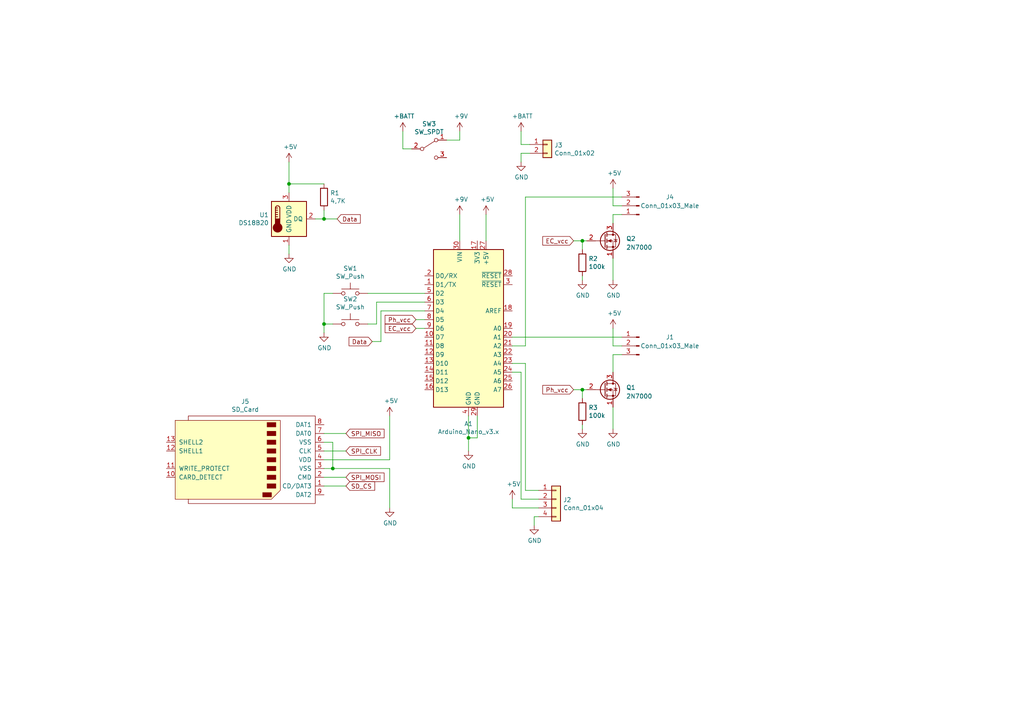
<source format=kicad_sch>
(kicad_sch (version 20230121) (generator eeschema)
  (paper "A4")
  (lib_symbols
    (symbol "Connector:SD_Card" (pin_names (offset 1.016))
      (property "Reference" "J" (at -16.51 13.97 0))
      (property "Value" "SD_Card" (at 15.24 -13.97 0))
      (symbol "SD_Card_0_1"
        (rectangle (start -8.89 -9.525) (end -6.35 -10.795) (fill (type outline)))
        (rectangle (start -8.89 -6.985) (end -6.35 -8.255) (fill (type outline)))
        (rectangle (start -8.89 -4.445) (end -6.35 -5.715) (fill (type outline)))
        (rectangle (start -8.89 -1.905) (end -6.35 -3.175) (fill (type outline)))
        (rectangle (start -8.89 0.635) (end -6.35 -0.635) (fill (type outline)))
        (rectangle (start -8.89 3.175) (end -6.35 1.905) (fill (type outline)))
        (rectangle (start -8.89 5.715) (end -6.35 4.445) (fill (type outline)))
        (rectangle (start -8.89 8.255) (end -6.35 6.985) (fill (type outline)))
        (rectangle (start -7.62 10.795) (end -5.08 9.525) (fill (type outline)))
        (polyline (pts (xy -10.16 8.89) (xy -7.62 11.43) (xy 20.32 11.43) (xy 20.32 -11.43) (xy -10.16 -11.43) (xy -10.16 8.89)) (fill (type background)))
        (polyline (pts (xy 16.51 11.43) (xy 16.51 12.7) (xy -20.32 12.7) (xy -20.32 -12.7) (xy 16.51 -12.7) (xy 16.51 -11.43)))
      )
      (symbol "SD_Card_1_1"
        (pin input line (at -22.86 7.62 0) (length 2.54) (name "CD/DAT3") (number "1"))
        (pin input line (at 22.86 5.08 180) (length 2.54) (name "CARD_DETECT") (number "10"))
        (pin input line (at 22.86 2.54 180) (length 2.54) (name "WRITE_PROTECT") (number "11"))
        (pin input line (at 22.86 -2.54 180) (length 2.54) (name "SHELL1") (number "12"))
        (pin input line (at 22.86 -5.08 180) (length 2.54) (name "SHELL2") (number "13"))
        (pin input line (at -22.86 5.08 0) (length 2.54) (name "CMD") (number "2"))
        (pin power_in line (at -22.86 2.54 0) (length 2.54) (name "VSS") (number "3"))
        (pin power_in line (at -22.86 0 0) (length 2.54) (name "VDD") (number "4"))
        (pin input line (at -22.86 -2.54 0) (length 2.54) (name "CLK") (number "5"))
        (pin power_in line (at -22.86 -5.08 0) (length 2.54) (name "VSS") (number "6"))
        (pin input line (at -22.86 -7.62 0) (length 2.54) (name "DAT0") (number "7"))
        (pin input line (at -22.86 -10.16 0) (length 2.54) (name "DAT1") (number "8"))
        (pin input line (at -22.86 10.16 0) (length 2.54) (name "DAT2") (number "9"))
      )
    )
    (symbol "Connector_Generic:Conn_01x02" (pin_names (offset 1.016) hide)
      (property "Reference" "J" (at 0 2.54 0))
      (property "Value" "Conn_01x02" (at 0 -5.08 0))
      (symbol "Conn_01x02_1_1"
        (rectangle (start -1.27 -2.413) (end 0 -2.667) (stroke (width 0.1524)))
        (rectangle (start -1.27 0.127) (end 0 -0.127) (stroke (width 0.1524)))
        (rectangle (start -1.27 1.27) (end 1.27 -3.81) (stroke (width 0.254)) (fill (type background)))
        (pin passive line (at -5.08 0 0) (length 3.81) (name "Pin_1") (number "1"))
        (pin passive line (at -5.08 -2.54 0) (length 3.81) (name "Pin_2") (number "2"))
      )
    )
    (symbol "Connector_Generic:Conn_01x04" (pin_names (offset 1.016) hide)
      (property "Reference" "J" (at 0 5.08 0))
      (property "Value" "Conn_01x04" (at 0 -7.62 0))
      (symbol "Conn_01x04_1_1"
        (rectangle (start -1.27 -4.953) (end 0 -5.207) (stroke (width 0.1524)))
        (rectangle (start -1.27 -2.413) (end 0 -2.667) (stroke (width 0.1524)))
        (rectangle (start -1.27 0.127) (end 0 -0.127) (stroke (width 0.1524)))
        (rectangle (start -1.27 2.667) (end 0 2.413) (stroke (width 0.1524)))
        (rectangle (start -1.27 3.81) (end 1.27 -6.35) (stroke (width 0.254)) (fill (type background)))
        (pin passive line (at -5.08 2.54 0) (length 3.81) (name "Pin_1") (number "1"))
        (pin passive line (at -5.08 0 0) (length 3.81) (name "Pin_2") (number "2"))
        (pin passive line (at -5.08 -2.54 0) (length 3.81) (name "Pin_3") (number "3"))
        (pin passive line (at -5.08 -5.08 0) (length 3.81) (name "Pin_4") (number "4"))
      )
    )
    (symbol "Device:R" (pin_numbers hide) (pin_names (offset 0))
      (property "Reference" "R" (at 2.032 0 90))
      (property "Value" "R" (at 0 0 90))
      (symbol "R_0_1"
        (rectangle (start -1.016 -2.54) (end 1.016 2.54) (stroke (width 0.254)))
      )
      (symbol "R_1_1"
        (pin passive line (at 0 3.81 270) (length 1.27) (name "~") (number "1"))
        (pin passive line (at 0 -3.81 90) (length 1.27) (name "~") (number "2"))
      )
    )
    (symbol "MCU_Module:Arduino_Nano_v3.x"
      (property "Reference" "A" (at -10.16 23.495 0))
      (property "Value" "Arduino_Nano_v3.x" (at 5.08 -24.13 0))
      (symbol "Arduino_Nano_v3.x_0_1"
        (rectangle (start -10.16 22.86) (end 10.16 -22.86) (stroke (width 0.254)) (fill (type background)))
      )
      (symbol "Arduino_Nano_v3.x_1_1"
        (pin bidirectional line (at -12.7 12.7 0) (length 2.54) (name "D1/TX") (number "1"))
        (pin bidirectional line (at -12.7 -2.54 0) (length 2.54) (name "D7") (number "10"))
        (pin bidirectional line (at -12.7 -5.08 0) (length 2.54) (name "D8") (number "11"))
        (pin bidirectional line (at -12.7 -7.62 0) (length 2.54) (name "D9") (number "12"))
        (pin bidirectional line (at -12.7 -10.16 0) (length 2.54) (name "D10") (number "13"))
        (pin bidirectional line (at -12.7 -12.7 0) (length 2.54) (name "D11") (number "14"))
        (pin bidirectional line (at -12.7 -15.24 0) (length 2.54) (name "D12") (number "15"))
        (pin bidirectional line (at -12.7 -17.78 0) (length 2.54) (name "D13") (number "16"))
        (pin power_out line (at 2.54 25.4 270) (length 2.54) (name "3V3") (number "17"))
        (pin input line (at 12.7 5.08 180) (length 2.54) (name "AREF") (number "18"))
        (pin bidirectional line (at 12.7 0 180) (length 2.54) (name "A0") (number "19"))
        (pin bidirectional line (at -12.7 15.24 0) (length 2.54) (name "D0/RX") (number "2"))
        (pin bidirectional line (at 12.7 -2.54 180) (length 2.54) (name "A1") (number "20"))
        (pin bidirectional line (at 12.7 -5.08 180) (length 2.54) (name "A2") (number "21"))
        (pin bidirectional line (at 12.7 -7.62 180) (length 2.54) (name "A3") (number "22"))
        (pin bidirectional line (at 12.7 -10.16 180) (length 2.54) (name "A4") (number "23"))
        (pin bidirectional line (at 12.7 -12.7 180) (length 2.54) (name "A5") (number "24"))
        (pin bidirectional line (at 12.7 -15.24 180) (length 2.54) (name "A6") (number "25"))
        (pin bidirectional line (at 12.7 -17.78 180) (length 2.54) (name "A7") (number "26"))
        (pin power_out line (at 5.08 25.4 270) (length 2.54) (name "+5V") (number "27"))
        (pin input line (at 12.7 15.24 180) (length 2.54) (name "~{RESET}") (number "28"))
        (pin power_in line (at 2.54 -25.4 90) (length 2.54) (name "GND") (number "29"))
        (pin input line (at 12.7 12.7 180) (length 2.54) (name "~{RESET}") (number "3"))
        (pin power_in line (at -2.54 25.4 270) (length 2.54) (name "VIN") (number "30"))
        (pin power_in line (at 0 -25.4 90) (length 2.54) (name "GND") (number "4"))
        (pin bidirectional line (at -12.7 10.16 0) (length 2.54) (name "D2") (number "5"))
        (pin bidirectional line (at -12.7 7.62 0) (length 2.54) (name "D3") (number "6"))
        (pin bidirectional line (at -12.7 5.08 0) (length 2.54) (name "D4") (number "7"))
        (pin bidirectional line (at -12.7 2.54 0) (length 2.54) (name "D5") (number "8"))
        (pin bidirectional line (at -12.7 0 0) (length 2.54) (name "D6") (number "9"))
      )
    )
    (symbol "Switch:SW_Push" (pin_numbers hide) (pin_names (offset 1.016) hide)
      (property "Reference" "SW" (at 1.27 2.54 0))
      (property "Value" "SW_Push" (at 0 -1.524 0))
      (symbol "SW_Push_0_1"
        (circle (center -2.032 0) (radius 0.508))
        (polyline (pts (xy 0 1.27) (xy 0 3.048)))
        (polyline (pts (xy 2.54 1.27) (xy -2.54 1.27)))
        (circle (center 2.032 0) (radius 0.508))
        (pin passive line (at -5.08 0 0) (length 2.54) (name "1") (number "1"))
        (pin passive line (at 5.08 0 180) (length 2.54) (name "2") (number "2"))
      )
    )
    (symbol "Switch:SW_SPDT" (pin_names (offset 0) hide)
      (property "Reference" "SW" (at 0 4.318 0))
      (property "Value" "SW_SPDT" (at 0 -5.08 0))
      (symbol "SW_SPDT_0_0"
        (circle (center -2.032 0) (radius 0.508))
        (circle (center 2.032 -2.54) (radius 0.508))
      )
      (symbol "SW_SPDT_0_1"
        (polyline (pts (xy -1.524 0.254) (xy 1.651 2.286)))
        (circle (center 2.032 2.54) (radius 0.508))
      )
      (symbol "SW_SPDT_1_1"
        (pin passive line (at 5.08 2.54 180) (length 2.54) (name "A") (number "1"))
        (pin passive line (at -5.08 0 0) (length 2.54) (name "B") (number "2"))
        (pin passive line (at 5.08 -2.54 180) (length 2.54) (name "C") (number "3"))
      )
    )
    (symbol "Transistor_FET:2N7000" (pin_names hide)
      (property "Reference" "Q" (at 5.08 1.905 0))
      (property "Value" "2N7000" (at 5.08 0 0))
      (symbol "2N7000_0_1"
        (polyline (pts (xy 0.254 0) (xy -2.54 0)))
        (polyline (pts (xy 0.254 1.905) (xy 0.254 -1.905)) (stroke (width 0.254)))
        (polyline (pts (xy 0.762 -1.27) (xy 0.762 -2.286)) (stroke (width 0.254)))
        (polyline (pts (xy 0.762 0.508) (xy 0.762 -0.508)) (stroke (width 0.254)))
        (polyline (pts (xy 0.762 2.286) (xy 0.762 1.27)) (stroke (width 0.254)))
        (polyline (pts (xy 2.54 2.54) (xy 2.54 1.778)))
        (polyline (pts (xy 2.54 -2.54) (xy 2.54 0) (xy 0.762 0)))
        (polyline (pts (xy 0.762 -1.778) (xy 3.302 -1.778) (xy 3.302 1.778) (xy 0.762 1.778)))
        (polyline (pts (xy 1.016 0) (xy 2.032 0.381) (xy 2.032 -0.381) (xy 1.016 0)) (fill (type outline)))
        (polyline (pts (xy 2.794 0.508) (xy 2.921 0.381) (xy 3.683 0.381) (xy 3.81 0.254)))
        (polyline (pts (xy 3.302 0.381) (xy 2.921 -0.254) (xy 3.683 -0.254) (xy 3.302 0.381)))
        (circle (center 1.651 0) (radius 2.794) (stroke (width 0.254)))
        (circle (center 2.54 -1.778) (radius 0.254) (fill (type outline)))
        (circle (center 2.54 1.778) (radius 0.254) (fill (type outline)))
      )
      (symbol "2N7000_1_1"
        (pin passive line (at 2.54 -5.08 90) (length 2.54) (name "S") (number "1"))
        (pin input line (at -5.08 0 0) (length 2.54) (name "G") (number "2"))
        (pin passive line (at 2.54 5.08 270) (length 2.54) (name "D") (number "3"))
      )
    )
    (symbol "pHmeter-rescue:Conn_01x03_Male-Connector" (pin_names (offset 1.016) hide)
      (property "Reference" "J" (at 0 5.08 0))
      (property "Value" "Connector_Conn_01x03_Male" (at 0 -5.08 0))
      (symbol "Conn_01x03_Male-Connector_1_1"
        (polyline (pts (xy 1.27 -2.54) (xy 0.8636 -2.54)) (stroke (width 0.1524)))
        (polyline (pts (xy 1.27 0) (xy 0.8636 0)) (stroke (width 0.1524)))
        (polyline (pts (xy 1.27 2.54) (xy 0.8636 2.54)) (stroke (width 0.1524)))
        (rectangle (start 0.8636 -2.413) (end 0 -2.667) (stroke (width 0.1524)) (fill (type outline)))
        (rectangle (start 0.8636 0.127) (end 0 -0.127) (stroke (width 0.1524)) (fill (type outline)))
        (rectangle (start 0.8636 2.667) (end 0 2.413) (stroke (width 0.1524)) (fill (type outline)))
        (pin passive line (at 5.08 2.54 180) (length 3.81) (name "Pin_1") (number "1"))
        (pin passive line (at 5.08 0 180) (length 3.81) (name "Pin_2") (number "2"))
        (pin passive line (at 5.08 -2.54 180) (length 3.81) (name "Pin_3") (number "3"))
      )
    )
    (symbol "pHmeter-rescue:DS18B20-Sensor_Temperature" (pin_names (offset 1.016))
      (property "Reference" "U" (at -3.81 6.35 0))
      (property "Value" "Sensor_Temperature_DS18B20" (at 6.35 6.35 0))
      (symbol "DS18B20-Sensor_Temperature_0_1"
        (rectangle (start -5.08 5.08) (end 5.08 -5.08) (stroke (width 0.254)) (fill (type background)))
        (circle (center -3.302 -2.54) (radius 1.27) (stroke (width 0.254)) (fill (type outline)))
        (rectangle (start -2.667 -1.905) (end -3.937 0) (stroke (width 0.254)) (fill (type outline)))
        (arc (start -2.667 3.175) (mid -3.302 3.8073) (end -3.937 3.175) (stroke (width 0.254)))
        (polyline (pts (xy -3.937 0.635) (xy -3.302 0.635)) (stroke (width 0.254)))
        (polyline (pts (xy -3.937 1.27) (xy -3.302 1.27)) (stroke (width 0.254)))
        (polyline (pts (xy -3.937 1.905) (xy -3.302 1.905)) (stroke (width 0.254)))
        (polyline (pts (xy -3.937 2.54) (xy -3.302 2.54)) (stroke (width 0.254)))
        (polyline (pts (xy -3.937 3.175) (xy -3.937 0)) (stroke (width 0.254)))
        (polyline (pts (xy -3.937 3.175) (xy -3.302 3.175)) (stroke (width 0.254)))
        (polyline (pts (xy -2.667 3.175) (xy -2.667 0)) (stroke (width 0.254)))
      )
      (symbol "DS18B20-Sensor_Temperature_1_1"
        (pin power_in line (at 0 -7.62 90) (length 2.54) (name "GND") (number "1"))
        (pin bidirectional line (at 7.62 0 180) (length 2.54) (name "DQ") (number "2"))
        (pin power_in line (at 0 7.62 270) (length 2.54) (name "VDD") (number "3"))
      )
    )
    (symbol "power:+5V" (power) (pin_names (offset 0))
      (property "Value" "+5V" (at 0 3.556 0))
      (symbol "+5V_0_1"
        (polyline (pts (xy -0.762 1.27) (xy 0 2.54)))
        (polyline (pts (xy 0 0) (xy 0 2.54)))
        (polyline (pts (xy 0 2.54) (xy 0.762 1.27)))
      )
      (symbol "+5V_1_1"
        (pin power_in line (at 0 0 90) (length 0) hide (name "+5V") (number "1"))
      )
    )
    (symbol "power:+9V" (power) (pin_names (offset 0))
      (property "Value" "+9V" (at 0 3.556 0))
      (symbol "+9V_0_1"
        (polyline (pts (xy -0.762 1.27) (xy 0 2.54)))
        (polyline (pts (xy 0 0) (xy 0 2.54)))
        (polyline (pts (xy 0 2.54) (xy 0.762 1.27)))
      )
      (symbol "+9V_1_1"
        (pin power_in line (at 0 0 90) (length 0) hide (name "+9V") (number "1"))
      )
    )
    (symbol "power:+BATT" (power) (pin_names (offset 0))
      (property "Value" "+BATT" (at 0 3.556 0))
      (symbol "+BATT_0_1"
        (polyline (pts (xy -0.762 1.27) (xy 0 2.54)))
        (polyline (pts (xy 0 0) (xy 0 2.54)))
        (polyline (pts (xy 0 2.54) (xy 0.762 1.27)))
      )
      (symbol "+BATT_1_1"
        (pin power_in line (at 0 0 90) (length 0) hide (name "+BATT") (number "1"))
      )
    )
    (symbol "power:GND" (power) (pin_names (offset 0))
      (property "Value" "GND" (at 0 -3.81 0))
      (symbol "GND_0_1"
        (polyline (pts (xy 0 0) (xy 0 -1.27) (xy 1.27 -1.27) (xy 0 -2.54) (xy -1.27 -1.27) (xy 0 -1.27)))
      )
      (symbol "GND_1_1"
        (pin power_in line (at 0 0 270) (length 0) hide (name "GND") (number "1"))
      )
    )
  )
  (junction (at 93.98 63.5))
  (junction (at 93.98 93.98))
  (junction (at 83.82 53.34))
  (junction (at 96.52 135.89))
  (junction (at 168.91 69.85))
  (junction (at 168.91 113.03))
  (junction (at 135.89 127))
  (wire (pts (xy 113.03 120.65) (xy 113.03 133.35)))
  (wire (pts (xy 154.94 149.86) (xy 156.21 149.86)))
  (wire (pts (xy 151.13 38.1) (xy 151.13 41.91)))
  (wire (pts (xy 135.89 127) (xy 135.89 130.81)))
  (wire (pts (xy 133.35 62.23) (xy 133.35 69.85)))
  (wire (pts (xy 168.91 113.03) (xy 170.18 113.03)))
  (wire (pts (xy 83.82 71.12) (xy 83.82 73.66)))
  (wire (pts (xy 177.8 59.69) (xy 180.34 59.69)))
  (wire (pts (xy 83.82 53.34) (xy 83.82 55.88)))
  (wire (pts (xy 177.8 118.11) (xy 177.8 124.46)))
  (wire (pts (xy 93.98 85.09) (xy 96.52 85.09)))
  (wire (pts (xy 83.82 46.99) (xy 83.82 53.34)))
  (wire (pts (xy 133.35 40.64) (xy 133.35 38.1)))
  (wire (pts (xy 177.8 107.95) (xy 177.8 102.87)))
  (wire (pts (xy 180.34 62.23) (xy 177.8 62.23)))
  (wire (pts (xy 93.98 138.43) (xy 100.33 138.43)))
  (wire (pts (xy 152.4 57.15) (xy 180.34 57.15)))
  (wire (pts (xy 93.98 96.52) (xy 93.98 93.98)))
  (wire (pts (xy 148.59 147.32) (xy 156.21 147.32)))
  (wire (pts (xy 110.49 99.06) (xy 110.49 90.17)))
  (wire (pts (xy 93.98 60.96) (xy 93.98 63.5)))
  (wire (pts (xy 129.54 40.64) (xy 133.35 40.64)))
  (wire (pts (xy 96.52 128.27) (xy 96.52 135.89)))
  (wire (pts (xy 177.8 74.93) (xy 177.8 81.28)))
  (wire (pts (xy 177.8 102.87) (xy 180.34 102.87)))
  (wire (pts (xy 116.84 38.1) (xy 116.84 43.18)))
  (wire (pts (xy 109.22 87.63) (xy 123.19 87.63)))
  (wire (pts (xy 151.13 144.78) (xy 156.21 144.78)))
  (wire (pts (xy 177.8 100.33) (xy 180.34 100.33)))
  (wire (pts (xy 135.89 127) (xy 135.89 120.65)))
  (wire (pts (xy 168.91 69.85) (xy 170.18 69.85)))
  (wire (pts (xy 151.13 41.91) (xy 153.67 41.91)))
  (wire (pts (xy 93.98 140.97) (xy 100.33 140.97)))
  (wire (pts (xy 106.68 93.98) (xy 109.22 93.98)))
  (wire (pts (xy 106.68 85.09) (xy 123.19 85.09)))
  (wire (pts (xy 96.52 135.89) (xy 113.03 135.89)))
  (wire (pts (xy 116.84 43.18) (xy 119.38 43.18)))
  (wire (pts (xy 152.4 105.41) (xy 148.59 105.41)))
  (wire (pts (xy 97.79 63.5) (xy 93.98 63.5)))
  (wire (pts (xy 110.49 90.17) (xy 123.19 90.17)))
  (wire (pts (xy 96.52 93.98) (xy 93.98 93.98)))
  (wire (pts (xy 152.4 142.24) (xy 152.4 105.41)))
  (wire (pts (xy 166.37 113.03) (xy 168.91 113.03)))
  (wire (pts (xy 93.98 128.27) (xy 96.52 128.27)))
  (wire (pts (xy 177.8 54.61) (xy 177.8 59.69)))
  (wire (pts (xy 93.98 93.98) (xy 93.98 85.09)))
  (wire (pts (xy 109.22 93.98) (xy 109.22 87.63)))
  (wire (pts (xy 120.65 95.25) (xy 123.19 95.25)))
  (wire (pts (xy 151.13 107.95) (xy 151.13 144.78)))
  (wire (pts (xy 168.91 123.19) (xy 168.91 124.46)))
  (wire (pts (xy 168.91 80.01) (xy 168.91 81.28)))
  (wire (pts (xy 151.13 46.99) (xy 151.13 44.45)))
  (wire (pts (xy 154.94 149.86) (xy 154.94 152.4)))
  (wire (pts (xy 140.97 62.23) (xy 140.97 69.85)))
  (wire (pts (xy 148.59 107.95) (xy 151.13 107.95)))
  (wire (pts (xy 152.4 100.33) (xy 148.59 100.33)))
  (wire (pts (xy 113.03 135.89) (xy 113.03 147.32)))
  (wire (pts (xy 138.43 120.65) (xy 138.43 127)))
  (wire (pts (xy 156.21 142.24) (xy 152.4 142.24)))
  (wire (pts (xy 93.98 133.35) (xy 113.03 133.35)))
  (wire (pts (xy 107.95 99.06) (xy 110.49 99.06)))
  (wire (pts (xy 151.13 44.45) (xy 153.67 44.45)))
  (wire (pts (xy 168.91 69.85) (xy 168.91 72.39)))
  (wire (pts (xy 177.8 95.25) (xy 177.8 100.33)))
  (wire (pts (xy 93.98 125.73) (xy 100.33 125.73)))
  (wire (pts (xy 152.4 100.33) (xy 152.4 57.15)))
  (wire (pts (xy 93.98 63.5) (xy 91.44 63.5)))
  (wire (pts (xy 166.37 69.85) (xy 168.91 69.85)))
  (wire (pts (xy 177.8 62.23) (xy 177.8 64.77)))
  (wire (pts (xy 148.59 144.78) (xy 148.59 147.32)))
  (wire (pts (xy 148.59 97.79) (xy 180.34 97.79)))
  (wire (pts (xy 120.65 92.71) (xy 123.19 92.71)))
  (wire (pts (xy 93.98 135.89) (xy 96.52 135.89)))
  (wire (pts (xy 93.98 53.34) (xy 83.82 53.34)))
  (wire (pts (xy 93.98 130.81) (xy 100.33 130.81)))
  (wire (pts (xy 168.91 113.03) (xy 168.91 115.57)))
  (wire (pts (xy 138.43 127) (xy 135.89 127)))
  (global_label "Ph_vcc" (shape input) (at 120.65 92.71 180) (property "Intersheetrefs" "${INTERSHEET_REFS}" (effects hide)))
  (global_label "SPI_MISO" (shape input) (at 100.33 125.73 0) (property "Intersheetrefs" "${INTERSHEET_REFS}" (effects hide)))
  (global_label "Data" (shape input) (at 97.79 63.5 0) (property "Intersheetrefs" "${INTERSHEET_REFS}" (effects hide)))
  (global_label "SPI_MOSI" (shape input) (at 100.33 138.43 0) (property "Intersheetrefs" "${INTERSHEET_REFS}" (effects hide)))
  (global_label "Data" (shape input) (at 107.95 99.06 180) (property "Intersheetrefs" "${INTERSHEET_REFS}" (effects hide)))
  (global_label "SPI_CLK" (shape input) (at 100.33 130.81 0) (property "Intersheetrefs" "${INTERSHEET_REFS}" (effects hide)))
  (global_label "EC_vcc" (shape input) (at 120.65 95.25 180) (property "Intersheetrefs" "${INTERSHEET_REFS}" (effects hide)))
  (global_label "SD_CS" (shape input) (at 100.33 140.97 0) (property "Intersheetrefs" "${INTERSHEET_REFS}" (effects hide)))
  (global_label "EC_vcc" (shape input) (at 166.37 69.85 180) (property "Intersheetrefs" "${INTERSHEET_REFS}" (effects hide)))
  (global_label "Ph_vcc" (shape input) (at 166.37 113.03 180) (property "Intersheetrefs" "${INTERSHEET_REFS}" (effects hide)))
  (symbol (lib_id "MCU_Module:Arduino_Nano_v3.x") (at 135.89 95.25 0) (unit 1)
    (property "Reference" "A1" (at 135.89 122.9106 0))
    (property "Value" "Arduino_Nano_v3.x" (at 135.89 125.222 0))
    (property "Footprint" "Module:Arduino_Nano" (effects hide))
    (property "Datasheet" "http://www.mouser.com/pdfdocs/Gravitech_Arduino_Nano3_0.pdf" (effects hide))
  )
  (symbol (lib_id "Switch:SW_Push") (at 101.6 85.09 0) (unit 1)
    (property "Reference" "SW1" (at 101.6 77.851 0))
    (property "Value" "SW_Push" (at 101.6 80.1624 0))
    (property "Footprint" "Button_Switch_THT:SW_PUSH_6mm_H8mm" (effects hide))
  )
  (symbol (lib_id "power:GND") (at 93.98 96.52 0) (unit 1)
    (property "Reference" "#PWR0101" (effects hide))
    (property "Value" "GND" (at 94.107 100.9142 0))
  )
  (symbol (lib_id "power:GND") (at 135.89 130.81 0) (unit 1)
    (property "Reference" "#PWR0102" (effects hide))
    (property "Value" "GND" (at 136.017 135.2042 0))
  )
  (symbol (lib_id "Switch:SW_Push") (at 101.6 93.98 0) (unit 1)
    (property "Reference" "SW2" (at 101.6 86.741 0))
    (property "Value" "SW_Push" (at 101.6 89.0524 0))
    (property "Footprint" "Button_Switch_THT:SW_PUSH_6mm_H8mm" (effects hide))
  )
  (symbol (lib_id "pHmeter-rescue:DS18B20-Sensor_Temperature") (at 83.82 63.5 0) (unit 1)
    (property "Reference" "U1" (at 77.978 62.3316 0) (effects (justify right)))
    (property "Value" "DS18B20" (at 77.978 64.643 0) (effects (justify right)))
    (property "Footprint" "Button_Switch_THT:SW_CuK_JS202011AQN_DPDT_Angled" (effects hide))
    (property "Datasheet" "http://datasheets.maximintegrated.com/en/ds/DS18B20.pdf" (effects hide))
  )
  (symbol (lib_id "power:+9V") (at 133.35 62.23 0) (unit 1)
    (property "Reference" "#PWR0103" (effects hide))
    (property "Value" "+9V" (at 133.731 57.8358 0))
  )
  (symbol (lib_id "power:+5V") (at 140.97 62.23 0) (unit 1)
    (property "Reference" "#PWR0104" (effects hide))
    (property "Value" "+5V" (at 141.351 57.8358 0))
  )
  (symbol (lib_id "power:+5V") (at 83.82 46.99 0) (unit 1)
    (property "Reference" "#PWR0105" (effects hide))
    (property "Value" "+5V" (at 84.201 42.5958 0))
  )
  (symbol (lib_id "power:GND") (at 83.82 73.66 0) (unit 1)
    (property "Reference" "#PWR0106" (effects hide))
    (property "Value" "GND" (at 83.947 78.0542 0))
  )
  (symbol (lib_id "Device:R") (at 93.98 57.15 0) (unit 1)
    (property "Reference" "R1" (at 95.758 55.9816 0) (effects (justify left)))
    (property "Value" "4,7K" (at 95.758 58.293 0) (effects (justify left)))
    (property "Footprint" "Resistor_THT:R_Axial_DIN0207_L6.3mm_D2.5mm_P10.16mm_Horizontal" (effects hide))
  )
  (symbol (lib_id "pHmeter-rescue:Conn_01x03_Male-Connector") (at 185.42 100.33 0) (mirror y) (unit 1)
    (property "Reference" "J1" (at 194.31 97.79 0))
    (property "Value" "Conn_01x03_Male" (at 194.31 100.33 0))
    (property "Footprint" "Connector_PinHeader_2.54mm:PinHeader_1x03_P2.54mm_Horizontal" (effects hide))
  )
  (symbol (lib_id "Switch:SW_SPDT") (at 124.46 43.18 0) (unit 1)
    (property "Reference" "SW3" (at 124.46 35.941 0))
    (property "Value" "SW_SPDT" (at 124.46 38.2524 0))
    (property "Footprint" "Connector_PinHeader_2.54mm:PinHeader_1x03_P2.54mm_Vertical" (effects hide))
  )
  (symbol (lib_id "power:+BATT") (at 116.84 38.1 0) (unit 1)
    (property "Reference" "#PWR0109" (effects hide))
    (property "Value" "+BATT" (at 117.221 33.7058 0))
  )
  (symbol (lib_id "power:+9V") (at 133.35 38.1 0) (unit 1)
    (property "Reference" "#PWR0110" (effects hide))
    (property "Value" "+9V" (at 133.731 33.7058 0))
  )
  (symbol (lib_id "Connector_Generic:Conn_01x04") (at 161.29 144.78 0) (unit 1)
    (property "Reference" "J2" (at 163.322 144.9832 0) (effects (justify left)))
    (property "Value" "Conn_01x04" (at 163.322 147.2946 0) (effects (justify left)))
    (property "Footprint" "Connector_PinHeader_2.54mm:PinHeader_1x04_P2.54mm_Vertical" (effects hide))
  )
  (symbol (lib_id "power:+5V") (at 148.59 144.78 0) (unit 1)
    (property "Reference" "#PWR0111" (effects hide))
    (property "Value" "+5V" (at 148.971 140.3858 0))
  )
  (symbol (lib_id "power:GND") (at 154.94 152.4 0) (unit 1)
    (property "Reference" "#PWR0112" (effects hide))
    (property "Value" "GND" (at 155.067 156.7942 0))
  )
  (symbol (lib_id "Connector_Generic:Conn_01x02") (at 158.75 41.91 0) (unit 1)
    (property "Reference" "J3" (at 160.782 42.1132 0) (effects (justify left)))
    (property "Value" "Conn_01x02" (at 160.782 44.4246 0) (effects (justify left)))
    (property "Footprint" "Connector_PinHeader_2.54mm:PinHeader_1x02_P2.54mm_Vertical" (effects hide))
  )
  (symbol (lib_id "power:GND") (at 151.13 46.99 0) (unit 1)
    (property "Reference" "#PWR0113" (effects hide))
    (property "Value" "GND" (at 151.257 51.3842 0))
  )
  (symbol (lib_id "power:+BATT") (at 151.13 38.1 0) (unit 1)
    (property "Reference" "#PWR0114" (effects hide))
    (property "Value" "+BATT" (at 151.511 33.7058 0))
  )
  (symbol (lib_id "pHmeter-rescue:Conn_01x03_Male-Connector") (at 185.42 59.69 180) (unit 1)
    (property "Reference" "J4" (at 194.31 57.15 0))
    (property "Value" "Conn_01x03_Male" (at 194.31 59.69 0))
    (property "Footprint" "Connector_PinHeader_2.54mm:PinHeader_1x03_P2.54mm_Horizontal" (effects hide))
  )
  (symbol (lib_id "Connector:SD_Card") (at 71.12 133.35 180) (unit 1)
    (property "Reference" "J5" (at 71.12 116.459 0))
    (property "Value" "SD_Card" (at 71.12 118.7704 0))
    (property "Datasheet" "http://portal.fciconnect.com/Comergent//fci/drawing/10067847.pdf" (effects hide))
  )
  (symbol (lib_id "power:GND") (at 113.03 147.32 0) (unit 1)
    (property "Reference" "#PWR0115" (effects hide))
    (property "Value" "GND" (at 113.157 151.7142 0))
  )
  (symbol (lib_id "power:+5V") (at 113.03 120.65 0) (unit 1)
    (property "Reference" "#PWR0116" (effects hide))
    (property "Value" "+5V" (at 113.411 116.2558 0))
  )
  (symbol (lib_id "power:GND") (at 168.91 124.46 0) (unit 1)
    (property "Reference" "#PWR01" (effects hide))
    (property "Value" "GND" (at 169.037 128.8542 0))
  )
  (symbol (lib_id "power:GND") (at 177.8 124.46 0) (unit 1)
    (property "Reference" "#PWR02" (effects hide))
    (property "Value" "GND" (at 177.927 128.8542 0))
  )
  (symbol (lib_id "Transistor_FET:2N7000") (at 175.26 113.03 0) (unit 1)
    (property "Reference" "Q1" (at 181.61 112.395 0) (effects (justify left)))
    (property "Value" "2N7000" (at 181.61 114.935 0) (effects (justify left)))
    (property "Footprint" "Package_TO_SOT_THT:TO-92_Inline" (effects hide))
    (property "Datasheet" "https://www.vishay.com/docs/70226/70226.pdf" (effects hide))
  )
  (symbol (lib_id "Device:R") (at 168.91 76.2 0) (unit 1)
    (property "Reference" "R2" (at 170.688 75.0316 0) (effects (justify left)))
    (property "Value" "100k" (at 170.688 77.343 0) (effects (justify left)))
    (property "Footprint" "Resistor_THT:R_Axial_DIN0207_L6.3mm_D2.5mm_P10.16mm_Horizontal" (effects hide))
  )
  (symbol (lib_id "power:GND") (at 168.91 81.28 0) (unit 1)
    (property "Reference" "#PWR03" (effects hide))
    (property "Value" "GND" (at 169.037 85.6742 0))
  )
  (symbol (lib_id "power:+5V") (at 177.8 95.25 0) (unit 1)
    (property "Reference" "#PWR06" (effects hide))
    (property "Value" "+5V" (at 178.181 90.8558 0))
  )
  (symbol (lib_id "Transistor_FET:2N7000") (at 175.26 69.85 0) (unit 1)
    (property "Reference" "Q2" (at 181.61 69.215 0) (effects (justify left)))
    (property "Value" "2N7000" (at 181.61 71.755 0) (effects (justify left)))
    (property "Footprint" "Package_TO_SOT_THT:TO-92_Inline" (effects hide))
    (property "Datasheet" "https://www.vishay.com/docs/70226/70226.pdf" (effects hide))
  )
  (symbol (lib_id "Device:R") (at 168.91 119.38 0) (unit 1)
    (property "Reference" "R3" (at 170.688 118.2116 0) (effects (justify left)))
    (property "Value" "100k" (at 170.688 120.523 0) (effects (justify left)))
    (property "Footprint" "Resistor_THT:R_Axial_DIN0207_L6.3mm_D2.5mm_P10.16mm_Horizontal" (effects hide))
  )
  (symbol (lib_id "power:GND") (at 177.8 81.28 0) (unit 1)
    (property "Reference" "#PWR04" (effects hide))
    (property "Value" "GND" (at 177.927 85.6742 0))
  )
  (symbol (lib_id "power:+5V") (at 177.8 54.61 0) (unit 1)
    (property "Reference" "#PWR05" (effects hide))
    (property "Value" "+5V" (at 178.181 50.2158 0))
  )
)
</source>
